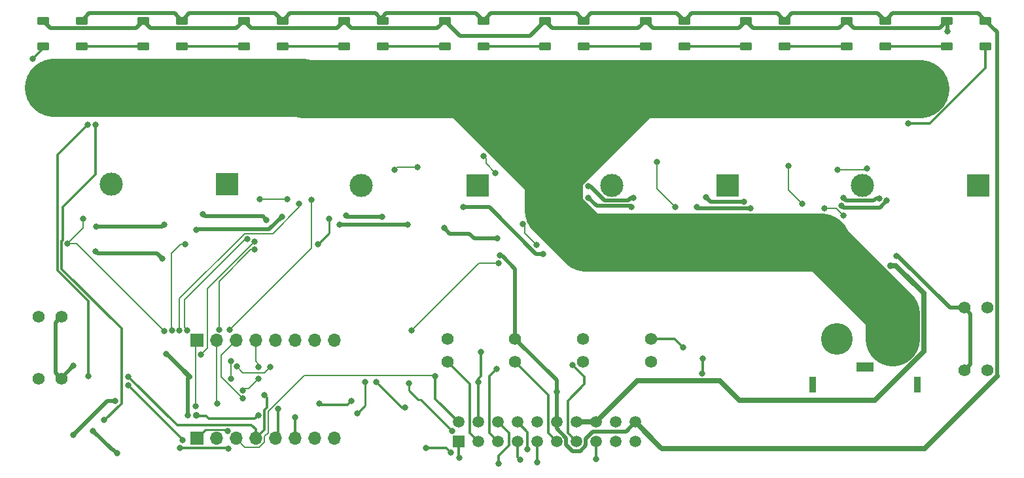
<source format=gbr>
%TF.GenerationSoftware,KiCad,Pcbnew,8.0.3*%
%TF.CreationDate,2025-06-03T13:48:55-07:00*%
%TF.ProjectId,Power_Distribution,506f7765-725f-4446-9973-747269627574,rev?*%
%TF.SameCoordinates,Original*%
%TF.FileFunction,Copper,L2,Bot*%
%TF.FilePolarity,Positive*%
%FSLAX46Y46*%
G04 Gerber Fmt 4.6, Leading zero omitted, Abs format (unit mm)*
G04 Created by KiCad (PCBNEW 8.0.3) date 2025-06-03 13:48:55*
%MOMM*%
%LPD*%
G01*
G04 APERTURE LIST*
G04 Aperture macros list*
%AMRoundRect*
0 Rectangle with rounded corners*
0 $1 Rounding radius*
0 $2 $3 $4 $5 $6 $7 $8 $9 X,Y pos of 4 corners*
0 Add a 4 corners polygon primitive as box body*
4,1,4,$2,$3,$4,$5,$6,$7,$8,$9,$2,$3,0*
0 Add four circle primitives for the rounded corners*
1,1,$1+$1,$2,$3*
1,1,$1+$1,$4,$5*
1,1,$1+$1,$6,$7*
1,1,$1+$1,$8,$9*
0 Add four rect primitives between the rounded corners*
20,1,$1+$1,$2,$3,$4,$5,0*
20,1,$1+$1,$4,$5,$6,$7,0*
20,1,$1+$1,$6,$7,$8,$9,0*
20,1,$1+$1,$8,$9,$2,$3,0*%
G04 Aperture macros list end*
%TA.AperFunction,ComponentPad*%
%ADD10R,0.900000X2.000000*%
%TD*%
%TA.AperFunction,ComponentPad*%
%ADD11RoundRect,1.025000X1.025000X1.025000X-1.025000X1.025000X-1.025000X-1.025000X1.025000X-1.025000X0*%
%TD*%
%TA.AperFunction,ComponentPad*%
%ADD12C,4.100000*%
%TD*%
%TA.AperFunction,ComponentPad*%
%ADD13R,2.300000X1.300000*%
%TD*%
%TA.AperFunction,ComponentPad*%
%ADD14R,3.000000X3.000000*%
%TD*%
%TA.AperFunction,ComponentPad*%
%ADD15C,3.000000*%
%TD*%
%TA.AperFunction,ComponentPad*%
%ADD16R,1.508000X1.508000*%
%TD*%
%TA.AperFunction,ComponentPad*%
%ADD17C,1.508000*%
%TD*%
%TA.AperFunction,ComponentPad*%
%ADD18C,1.574800*%
%TD*%
%TA.AperFunction,ComponentPad*%
%ADD19R,1.700000X1.700000*%
%TD*%
%TA.AperFunction,ComponentPad*%
%ADD20O,1.700000X1.700000*%
%TD*%
%TA.AperFunction,SMDPad,CuDef*%
%ADD21RoundRect,0.250000X0.550000X0.250000X-0.550000X0.250000X-0.550000X-0.250000X0.550000X-0.250000X0*%
%TD*%
%TA.AperFunction,ViaPad*%
%ADD22C,0.800000*%
%TD*%
%TA.AperFunction,ViaPad*%
%ADD23C,0.900000*%
%TD*%
%TA.AperFunction,Conductor*%
%ADD24C,0.200000*%
%TD*%
%TA.AperFunction,Conductor*%
%ADD25C,0.304800*%
%TD*%
%TA.AperFunction,Conductor*%
%ADD26C,0.508000*%
%TD*%
%TA.AperFunction,Conductor*%
%ADD27C,0.250000*%
%TD*%
%TA.AperFunction,Conductor*%
%ADD28C,0.635000*%
%TD*%
%TA.AperFunction,Conductor*%
%ADD29C,7.500000*%
%TD*%
%TA.AperFunction,Conductor*%
%ADD30C,7.000000*%
%TD*%
G04 APERTURE END LIST*
D10*
%TO.P,J4,*%
%TO.N,*%
X198520000Y-101380000D03*
X185020000Y-101380000D03*
D11*
%TO.P,J4,1,Pin_1*%
%TO.N,-BATT*%
X195370000Y-95380000D03*
D12*
%TO.P,J4,2,Pin_2*%
%TO.N,+BATT*%
X188170000Y-95380000D03*
D13*
%TO.P,J4,3*%
%TO.N,N/C*%
X191770000Y-99030000D03*
%TD*%
D14*
%TO.P,J6,1,1*%
%TO.N,PWR1*%
X206396000Y-75492000D03*
D15*
%TO.P,J6,2,2*%
%TO.N,-BATT*%
X198896000Y-62992000D03*
%TO.P,J6,3,3*%
%TO.N,PWR2*%
X191396000Y-75492000D03*
%TO.P,J6,4,4*%
%TO.N,-BATT*%
X183896000Y-62992000D03*
%TD*%
D16*
%TO.P,J18,1,1*%
%TO.N,PWM0*%
X139190000Y-108750000D03*
D17*
%TO.P,J18,2,2*%
%TO.N,SCL*%
X139190000Y-106210000D03*
%TO.P,J18,3,3*%
%TO.N,PWM1*%
X141730000Y-108750000D03*
%TO.P,J18,4,4*%
%TO.N,SDA*%
X141730000Y-106210000D03*
%TO.P,J18,5,5*%
%TO.N,PWM2*%
X144270000Y-108750000D03*
%TO.P,J18,6,6*%
%TO.N,toNEO_CTRL_MOOD*%
X144270000Y-106210000D03*
%TO.P,J18,7,7*%
%TO.N,PWM3*%
X146810000Y-108750000D03*
%TO.P,J18,8,8*%
%TO.N,outNEO_CTRL_MOOD*%
X146810000Y-106210000D03*
%TO.P,J18,9,9*%
%TO.N,PWM4*%
X149350000Y-108750000D03*
%TO.P,J18,10,10*%
%TO.N,unconnected-(J18-Pad10)*%
X149350000Y-106210000D03*
%TO.P,J18,11,11*%
%TO.N,PWM5*%
X151890000Y-108750000D03*
%TO.P,J18,12,12*%
%TO.N,GND*%
X151890000Y-106210000D03*
%TO.P,J18,13,13*%
%TO.N,PWM6*%
X154430000Y-108750000D03*
%TO.P,J18,14,14*%
%TO.N,5V*%
X154430000Y-106210000D03*
%TO.P,J18,15,15*%
%TO.N,PWM7*%
X156970000Y-108750000D03*
%TO.P,J18,16,16*%
%TO.N,5V*%
X156970000Y-106210000D03*
%TO.P,J18,17,17*%
%TO.N,unconnected-(J18-Pad17)*%
X159510000Y-108750000D03*
%TO.P,J18,18,18*%
%TO.N,+3.3V*%
X159510000Y-106210000D03*
%TO.P,J18,19,19*%
%TO.N,unconnected-(J18-Pad19)*%
X162050000Y-108750000D03*
%TO.P,J18,20,20*%
%TO.N,GND*%
X162050000Y-106210000D03*
%TD*%
D18*
%TO.P,J15,1,1*%
%TO.N,PWM6*%
X164060000Y-98389999D03*
%TO.P,J15,2,2*%
%TO.N,GND*%
X164060000Y-95390000D03*
%TD*%
%TO.P,J10,1,1*%
%TO.N,PWM0*%
X84800000Y-92550000D03*
%TO.P,J10,2,2*%
%TO.N,GND*%
X87799999Y-92550000D03*
%TD*%
D14*
%TO.P,J2,1,1*%
%TO.N,PWR5*%
X141612000Y-75492000D03*
D15*
%TO.P,J2,2,2*%
%TO.N,-BATT*%
X134112000Y-62992000D03*
%TO.P,J2,3,3*%
%TO.N,PWR6*%
X126612000Y-75492000D03*
%TO.P,J2,4,4*%
%TO.N,-BATT*%
X119112000Y-62992000D03*
%TD*%
D18*
%TO.P,J17,1,1*%
%TO.N,PWM7*%
X207619999Y-91380000D03*
%TO.P,J17,2,2*%
%TO.N,GND*%
X204620000Y-91380000D03*
%TD*%
%TO.P,J16,1,1*%
%TO.N,PWM3*%
X207619999Y-99510000D03*
%TO.P,J16,2,2*%
%TO.N,GND*%
X204620000Y-99510000D03*
%TD*%
D19*
%TO.P,J9,1,Pin_1*%
%TO.N,VIout8Div*%
X105290000Y-95632000D03*
D20*
%TO.P,J9,2,Pin_2*%
%TO.N,VIout7Div*%
X107830000Y-95632000D03*
%TO.P,J9,3,Pin_3*%
%TO.N,VIout6Div*%
X110370000Y-95632000D03*
%TO.P,J9,4,Pin_4*%
%TO.N,VIout5Div*%
X112910000Y-95632000D03*
%TO.P,J9,5,Pin_5*%
%TO.N,VIout4Div*%
X115450000Y-95632000D03*
%TO.P,J9,6,Pin_6*%
%TO.N,VIout3Div*%
X117990000Y-95632000D03*
%TO.P,J9,7,Pin_7*%
%TO.N,VIout2Div*%
X120530000Y-95632000D03*
%TO.P,J9,8,Pin_8*%
%TO.N,VIout1Div*%
X123070000Y-95632000D03*
%TD*%
D18*
%TO.P,J14,1,1*%
%TO.N,PWM2*%
X155284400Y-98399999D03*
%TO.P,J14,2,2*%
%TO.N,GND*%
X155284400Y-95400000D03*
%TD*%
D14*
%TO.P,J1,1,1*%
%TO.N,PWR3*%
X173985600Y-75492000D03*
D15*
%TO.P,J1,2,2*%
%TO.N,-BATT*%
X166485600Y-62992000D03*
%TO.P,J1,3,3*%
%TO.N,PWR4*%
X158985600Y-75492000D03*
%TO.P,J1,4,4*%
%TO.N,-BATT*%
X151485600Y-62992000D03*
%TD*%
D18*
%TO.P,J11,1,1*%
%TO.N,PWM4*%
X84800000Y-100590000D03*
%TO.P,J11,2,2*%
%TO.N,GND*%
X87799999Y-100590000D03*
%TD*%
%TO.P,J13,1,1*%
%TO.N,PWM5*%
X146508800Y-98399999D03*
%TO.P,J13,2,2*%
%TO.N,GND*%
X146508800Y-95400000D03*
%TD*%
%TO.P,J12,1,1*%
%TO.N,PWM1*%
X137733200Y-98399999D03*
%TO.P,J12,2,2*%
%TO.N,GND*%
X137733200Y-95400000D03*
%TD*%
D14*
%TO.P,J7,1,1*%
%TO.N,PWR7*%
X109252400Y-75339600D03*
D15*
%TO.P,J7,2,2*%
%TO.N,-BATT*%
X101752400Y-62839600D03*
%TO.P,J7,3,3*%
%TO.N,PWR8*%
X94252400Y-75339600D03*
%TO.P,J7,4,4*%
%TO.N,-BATT*%
X86752400Y-62839600D03*
%TD*%
D19*
%TO.P,J3,1,Pin_1*%
%TO.N,Net-(J3-Pin_1)*%
X105290000Y-108332000D03*
D20*
%TO.P,J3,2,Pin_2*%
%TO.N,GND*%
X107830000Y-108332000D03*
%TO.P,J3,3,Pin_3*%
%TO.N,SCL*%
X110370000Y-108332000D03*
%TO.P,J3,4,Pin_4*%
%TO.N,SDA*%
X112910000Y-108332000D03*
%TO.P,J3,5,Pin_5*%
%TO.N,REF*%
X115450000Y-108332000D03*
%TO.P,J3,6,Pin_6*%
%TO.N,COM*%
X117990000Y-108332000D03*
%TO.P,J3,7,Pin_7*%
%TO.N,AD0*%
X120530000Y-108332000D03*
%TO.P,J3,8,Pin_8*%
%TO.N,AD1*%
X123070000Y-108332000D03*
%TD*%
D21*
%TO.P,LED8,1,VSS*%
%TO.N,GND*%
X142391112Y-54150000D03*
%TO.P,LED8,2,DIN*%
%TO.N,Net-(LED7-DOUT)*%
X142391112Y-57450000D03*
%TO.P,LED8,3,VDD*%
%TO.N,5V*%
X137391112Y-54150000D03*
%TO.P,LED8,4,DOUT*%
%TO.N,NEO_PASS2*%
X137391112Y-57450000D03*
%TD*%
%TO.P,LED9,1,VSS*%
%TO.N,GND*%
X129394724Y-54150000D03*
%TO.P,LED9,2,DIN*%
%TO.N,NEO_PASS2*%
X129394724Y-57450000D03*
%TO.P,LED9,3,VDD*%
%TO.N,5V*%
X124394724Y-54150000D03*
%TO.P,LED9,4,DOUT*%
%TO.N,Net-(LED10-DIN)*%
X124394724Y-57450000D03*
%TD*%
%TO.P,LED3,1,VSS*%
%TO.N,GND*%
X207373052Y-54150000D03*
%TO.P,LED3,2,DIN*%
%TO.N,Net-(LED2-DOUT)*%
X207373052Y-57450000D03*
%TO.P,LED3,3,VDD*%
%TO.N,5V*%
X202373052Y-54150000D03*
%TO.P,LED3,4,DOUT*%
%TO.N,Net-(LED3-DOUT)*%
X202373052Y-57450000D03*
%TD*%
%TO.P,LED4,1,VSS*%
%TO.N,GND*%
X194376664Y-54150000D03*
%TO.P,LED4,2,DIN*%
%TO.N,Net-(LED3-DOUT)*%
X194376664Y-57450000D03*
%TO.P,LED4,3,VDD*%
%TO.N,5V*%
X189376664Y-54150000D03*
%TO.P,LED4,4,DOUT*%
%TO.N,NEO_PASS1*%
X189376664Y-57450000D03*
%TD*%
%TO.P,LED6,1,VSS*%
%TO.N,GND*%
X168383888Y-54150000D03*
%TO.P,LED6,2,DIN*%
%TO.N,Net-(LED5-DOUT)*%
X168383888Y-57450000D03*
%TO.P,LED6,3,VDD*%
%TO.N,5V*%
X163383888Y-54150000D03*
%TO.P,LED6,4,DOUT*%
%TO.N,Net-(LED6-DOUT)*%
X163383888Y-57450000D03*
%TD*%
%TO.P,LED5,1,VSS*%
%TO.N,GND*%
X181380276Y-54150000D03*
%TO.P,LED5,2,DIN*%
%TO.N,NEO_PASS1*%
X181380276Y-57450000D03*
%TO.P,LED5,3,VDD*%
%TO.N,5V*%
X176380276Y-54150000D03*
%TO.P,LED5,4,DOUT*%
%TO.N,Net-(LED5-DOUT)*%
X176380276Y-57450000D03*
%TD*%
%TO.P,LED11,1,VSS*%
%TO.N,GND*%
X103401948Y-54150000D03*
%TO.P,LED11,2,DIN*%
%TO.N,Net-(LED10-DOUT)*%
X103401948Y-57450000D03*
%TO.P,LED11,3,VDD*%
%TO.N,5V*%
X98401948Y-54150000D03*
%TO.P,LED11,4,DOUT*%
%TO.N,Net-(LED11-DOUT)*%
X98401948Y-57450000D03*
%TD*%
%TO.P,LED12,1,VSS*%
%TO.N,GND*%
X90405552Y-54150000D03*
%TO.P,LED12,2,DIN*%
%TO.N,Net-(LED11-DOUT)*%
X90405552Y-57450000D03*
%TO.P,LED12,3,VDD*%
%TO.N,5V*%
X85405552Y-54150000D03*
%TO.P,LED12,4,DOUT*%
%TO.N,outNEO_CTRL_MOOD*%
X85405552Y-57450000D03*
%TD*%
%TO.P,LED10,1,VSS*%
%TO.N,GND*%
X116398336Y-54150000D03*
%TO.P,LED10,2,DIN*%
%TO.N,Net-(LED10-DIN)*%
X116398336Y-57450000D03*
%TO.P,LED10,3,VDD*%
%TO.N,5V*%
X111398336Y-54150000D03*
%TO.P,LED10,4,DOUT*%
%TO.N,Net-(LED10-DOUT)*%
X111398336Y-57450000D03*
%TD*%
%TO.P,LED7,1,VSS*%
%TO.N,GND*%
X155387500Y-54150000D03*
%TO.P,LED7,2,DIN*%
%TO.N,Net-(LED6-DOUT)*%
X155387500Y-57450000D03*
%TO.P,LED7,3,VDD*%
%TO.N,5V*%
X150387500Y-54150000D03*
%TO.P,LED7,4,DOUT*%
%TO.N,Net-(LED7-DOUT)*%
X150387500Y-57450000D03*
%TD*%
D22*
%TO.N,VIout6Div*%
X111252000Y-103124000D03*
%TO.N,VIout5Div*%
X111252000Y-102108000D03*
X113284000Y-100584000D03*
X113284000Y-99060000D03*
%TO.N,VIout3Div*%
X109728000Y-98298000D03*
X109728000Y-100601200D03*
%TO.N,VIout1Div*%
X114808000Y-99060000D03*
X110464600Y-98993400D03*
%TO.N,VIout7Div*%
X107968302Y-103766000D03*
%TO.N,VIout8Div*%
X105156000Y-104140000D03*
D23*
%TO.N,+3.3V*%
X105238171Y-105287357D03*
D22*
%TO.N,GND*%
X168230000Y-96520000D03*
X132588000Y-80619600D03*
X188767018Y-78182542D03*
X105218600Y-81276111D03*
X104184026Y-105305186D03*
X155992318Y-77107013D03*
X176977200Y-78497200D03*
X123802800Y-80578167D03*
X161515600Y-78296545D03*
X151890000Y-102280000D03*
X101070500Y-80568800D03*
X144510401Y-84557258D03*
X94780000Y-103480000D03*
X89360000Y-98900000D03*
X170750000Y-97980000D03*
X170006800Y-78328190D03*
X170720000Y-99917300D03*
X92334823Y-80830000D03*
X101356800Y-97372912D03*
X195812500Y-84632800D03*
X144160000Y-82390000D03*
X194606842Y-77481444D03*
X89300000Y-107880000D03*
X116328769Y-79571069D03*
X137305515Y-81039872D03*
%TO.N,5V*%
X138362100Y-107400567D03*
X114317366Y-79992366D03*
X129275000Y-79600000D03*
X94968836Y-110257249D03*
X161820000Y-77110000D03*
X91911132Y-107321132D03*
X106066146Y-79271341D03*
X188990365Y-77122626D03*
X193650000Y-77180000D03*
X139780000Y-78360000D03*
D23*
X195047404Y-85903266D03*
D22*
X155984400Y-75570034D03*
X150135500Y-84378800D03*
X171206565Y-77014831D03*
X202450000Y-55560000D03*
X92170000Y-84100000D03*
X132740000Y-101150000D03*
X100881000Y-85039200D03*
X124660000Y-79440000D03*
X176120000Y-77610000D03*
%TO.N,VIout1*%
X133110000Y-94310000D03*
X192010000Y-73360000D03*
X144360000Y-85560000D03*
X188210000Y-73460000D03*
%TO.N,VIout2*%
X186520000Y-78490000D03*
X120140000Y-77380000D03*
X183670000Y-77930000D03*
X133900000Y-73190000D03*
X181850000Y-72970000D03*
X130930000Y-73493200D03*
X189010000Y-79420000D03*
X109560000Y-94250000D03*
%TO.N,VIout3*%
X108190627Y-94227558D03*
X112787988Y-83842483D03*
X167250000Y-78350000D03*
X164820000Y-72490000D03*
%TO.N,VIout4*%
X142420000Y-71740000D03*
X147475000Y-80500000D03*
X105871944Y-97446159D03*
X112750000Y-82840000D03*
X143980000Y-73880000D03*
X149255905Y-83244957D03*
%TO.N,VIout5*%
X116980081Y-77300081D03*
X113430000Y-77310000D03*
X111822541Y-82457594D03*
X104087072Y-94282302D03*
%TO.N,VIout6*%
X103084871Y-94327124D03*
X120981600Y-83159600D03*
X118540262Y-77925262D03*
X122400000Y-79825000D03*
%TO.N,VIout7*%
X103772400Y-83108800D03*
X102081700Y-94335124D03*
%TO.N,VIout8*%
X90600000Y-79800000D03*
X88571200Y-83058000D03*
X101080000Y-94390000D03*
%TO.N,SDA*%
X114086672Y-102675600D03*
X96480000Y-100340000D03*
X141730000Y-101020000D03*
X142080000Y-97080000D03*
%TO.N,COM*%
X118040000Y-105550000D03*
%TO.N,SCL*%
X96460000Y-101450000D03*
X136168312Y-100238800D03*
X103490000Y-108550000D03*
%TO.N,REF*%
X115845600Y-104513697D03*
%TO.N,PWM0*%
X139302040Y-110860400D03*
%TO.N,PWM4*%
X149390000Y-111440000D03*
%TO.N,PWM2*%
X144141043Y-99288999D03*
%TO.N,PWM6*%
X153942684Y-98794420D03*
%TO.N,PWM3*%
X147175586Y-111077895D03*
%TO.N,PWM7*%
X156980000Y-110990000D03*
%TO.N,+3.3V*%
X121125000Y-103825000D03*
X132260000Y-104325600D03*
X128500000Y-101020000D03*
X125311800Y-103431704D03*
%TO.N,Net-(J3-Pin_1)*%
X127080000Y-101020000D03*
X126040000Y-105090000D03*
X109275223Y-107368800D03*
%TO.N,Net-(LED2-DOUT)*%
X93279964Y-105952300D03*
X197333052Y-67490000D03*
X92220000Y-67650000D03*
%TO.N,outNEO_CTRL_MOOD*%
X91240000Y-100250000D03*
X109435287Y-109647819D03*
X91190000Y-67660000D03*
X103120000Y-109530000D03*
X134924400Y-109534400D03*
X148110000Y-109720000D03*
X138210000Y-110180000D03*
X84080000Y-59070000D03*
%TO.N,toNEO_CTRL_MOOD*%
X144357360Y-111577815D03*
%TO.N,+3.3V*%
X113252418Y-105294476D03*
%TD*%
D24*
%TO.N,VIout6Div*%
X108458000Y-100330000D02*
X108458000Y-97544000D01*
X111252000Y-103124000D02*
X108458000Y-100330000D01*
X108458000Y-97544000D02*
X110370000Y-95632000D01*
%TO.N,VIout5Div*%
X111506000Y-101854000D02*
X112014000Y-101854000D01*
X112014000Y-101854000D02*
X113284000Y-100584000D01*
X111252000Y-102108000D02*
X111506000Y-101854000D01*
X113284000Y-99060000D02*
X113284000Y-98705975D01*
X113284000Y-98705975D02*
X112910000Y-98331975D01*
X112910000Y-98331975D02*
X112910000Y-95632000D01*
%TO.N,VIout3Div*%
X109728000Y-98298000D02*
X109728000Y-100601200D01*
%TO.N,VIout1Div*%
X114808000Y-99060000D02*
X114049200Y-99818800D01*
X114049200Y-99818800D02*
X111290000Y-99818800D01*
X111290000Y-99818800D02*
X110464600Y-98993400D01*
D25*
%TO.N,+3.3V*%
X105390814Y-105440000D02*
X105238171Y-105287357D01*
D24*
%TO.N,VIout8Div*%
X105168744Y-103378000D02*
X105168744Y-95753256D01*
D25*
%TO.N,+3.3V*%
X112794494Y-105752400D02*
X106862400Y-105752400D01*
D24*
%TO.N,VIout8Div*%
X105156000Y-104140000D02*
X105156000Y-103390744D01*
D25*
%TO.N,+3.3V*%
X113252418Y-105294476D02*
X112794494Y-105752400D01*
D24*
%TO.N,VIout8Div*%
X105156000Y-103390744D02*
X105168744Y-103378000D01*
D25*
%TO.N,+3.3V*%
X106862400Y-105752400D02*
X106550000Y-105440000D01*
X106550000Y-105440000D02*
X105390814Y-105440000D01*
D26*
%TO.N,GND*%
X104380000Y-100330000D02*
X104184026Y-100525974D01*
X104184026Y-100525974D02*
X104184026Y-105305186D01*
D24*
%TO.N,VIout4*%
X112750000Y-82840000D02*
X106680000Y-88910000D01*
X106680000Y-88910000D02*
X106680000Y-96638103D01*
X106680000Y-96638103D02*
X105871944Y-97446159D01*
D26*
%TO.N,GND*%
X153098000Y-109148000D02*
X153098000Y-108249630D01*
X155638000Y-108373630D02*
X155638000Y-109250370D01*
X193422664Y-53196000D02*
X182334276Y-53196000D01*
X169337888Y-53196000D02*
X168383888Y-54150000D01*
X103401948Y-54150000D02*
X102447948Y-53196000D01*
X114677038Y-81222800D02*
X116328769Y-79571069D01*
X160842000Y-107418000D02*
X156593630Y-107418000D01*
X146508800Y-95400000D02*
X146508800Y-86346536D01*
X161373055Y-78154000D02*
X157039305Y-78154000D01*
X176977200Y-78497200D02*
X170175810Y-78497200D01*
X204620000Y-91380000D02*
X202782264Y-91380000D01*
X112352093Y-81209197D02*
X112376719Y-81209197D01*
X87012600Y-93337399D02*
X87012600Y-99802601D01*
X161515600Y-78296545D02*
X161373055Y-78154000D01*
X151890000Y-100781200D02*
X151890000Y-106210000D01*
X101070500Y-80568800D02*
X100809300Y-80830000D01*
X142391112Y-54150000D02*
X141437112Y-53196000D01*
X195330664Y-53196000D02*
X206419052Y-53196000D01*
X194376664Y-54150000D02*
X193422664Y-53196000D01*
X132588000Y-80619600D02*
X123844233Y-80619600D01*
D25*
X170750000Y-97980000D02*
X170750000Y-99887300D01*
D26*
X208880000Y-100220000D02*
X208880000Y-55656948D01*
X102447948Y-53196000D02*
X91359552Y-53196000D01*
X143345112Y-53196000D02*
X142391112Y-54150000D01*
X154433500Y-53196000D02*
X143345112Y-53196000D01*
X103690709Y-99640709D02*
X101422912Y-97372912D01*
X112376719Y-81209197D02*
X112390322Y-81222800D01*
X193708286Y-78380000D02*
X188964476Y-78380000D01*
X101422912Y-97372912D02*
X101356800Y-97372912D01*
X205407399Y-92167399D02*
X205407399Y-98722601D01*
X200286000Y-108814000D02*
X208880000Y-100220000D01*
X141437112Y-53196000D02*
X129794000Y-53196000D01*
X117352336Y-53196000D02*
X116398336Y-54150000D01*
X151890000Y-107041630D02*
X151890000Y-106210000D01*
X129794000Y-53196000D02*
X128840000Y-54150000D01*
X100809300Y-80830000D02*
X92334823Y-80830000D01*
X180426276Y-53196000D02*
X169337888Y-53196000D01*
D25*
X167100000Y-95390000D02*
X164060000Y-95390000D01*
D26*
X153098000Y-108249630D02*
X151890000Y-107041630D01*
X204620000Y-91380000D02*
X205407399Y-92167399D01*
X168383888Y-54150000D02*
X167429888Y-53196000D01*
D25*
X170750000Y-99887300D02*
X170720000Y-99917300D01*
D26*
X208880000Y-55656948D02*
X207373052Y-54150000D01*
X123844233Y-80619600D02*
X123802800Y-80578167D01*
X144655943Y-84702800D02*
X144510401Y-84557258D01*
X140580000Y-81750000D02*
X138015643Y-81750000D01*
X157039305Y-78154000D02*
X155992318Y-77107013D01*
D27*
X200286000Y-108814000D02*
X199631800Y-109468200D01*
D26*
X155387500Y-54150000D02*
X154433500Y-53196000D01*
D28*
X165308200Y-109468200D02*
X165500700Y-109660700D01*
D26*
X112343290Y-81200394D02*
X112352093Y-81209197D01*
X128440724Y-53196000D02*
X117352336Y-53196000D01*
X105218600Y-81276111D02*
X105294317Y-81200394D01*
X112390322Y-81222800D02*
X114677038Y-81222800D01*
X87799999Y-92550000D02*
X87012600Y-93337399D01*
X138015643Y-81750000D02*
X137305515Y-81039872D01*
D25*
X168230000Y-96520000D02*
X167100000Y-95390000D01*
D26*
X93700000Y-103480000D02*
X94780000Y-103480000D01*
X129394724Y-54150000D02*
X128440724Y-53196000D01*
X194376664Y-54150000D02*
X195330664Y-53196000D01*
D28*
X162050000Y-106210000D02*
X165308200Y-109468200D01*
X165500700Y-109660700D02*
X199439300Y-109660700D01*
D26*
X144865064Y-84702800D02*
X144655943Y-84702800D01*
X104355948Y-53196000D02*
X103401948Y-54150000D01*
X194606842Y-77481444D02*
X193708286Y-78380000D01*
X156593630Y-107418000D02*
X155638000Y-108373630D01*
X115444336Y-53196000D02*
X104355948Y-53196000D01*
X167429888Y-53196000D02*
X156341500Y-53196000D01*
X89300000Y-107880000D02*
X93700000Y-103480000D01*
X146508800Y-86346536D02*
X144865064Y-84702800D01*
X154930370Y-109958000D02*
X153908000Y-109958000D01*
X202782264Y-91380000D02*
X196035064Y-84632800D01*
X87799999Y-100460001D02*
X89360000Y-98900000D01*
D28*
X199439300Y-109660700D02*
X208880000Y-100220000D01*
D27*
X199631800Y-109468200D02*
X165308200Y-109468200D01*
D26*
X87012600Y-99802601D02*
X87799999Y-100590000D01*
X181380276Y-54150000D02*
X180426276Y-53196000D01*
X206419052Y-53196000D02*
X207373052Y-54150000D01*
X91359552Y-53196000D02*
X90405552Y-54150000D01*
X182334276Y-53196000D02*
X181380276Y-54150000D01*
X155638000Y-109250370D02*
X154930370Y-109958000D01*
X144160000Y-82390000D02*
X141220000Y-82390000D01*
X188964476Y-78380000D02*
X188767018Y-78182542D01*
X205407399Y-98722601D02*
X204620000Y-99510000D01*
X153908000Y-109958000D02*
X153098000Y-109148000D01*
X162050000Y-106210000D02*
X160842000Y-107418000D01*
X105294317Y-81200394D02*
X112343290Y-81200394D01*
X116398336Y-54150000D02*
X115444336Y-53196000D01*
X141220000Y-82390000D02*
X140580000Y-81750000D01*
D28*
X104380000Y-100330000D02*
X103690709Y-99640709D01*
D26*
X170175810Y-78497200D02*
X170006800Y-78328190D01*
X196035064Y-84632800D02*
X195812500Y-84632800D01*
X146508800Y-95400000D02*
X151890000Y-100781200D01*
X156341500Y-53196000D02*
X155387500Y-54150000D01*
%TO.N,5V*%
X139780000Y-78360000D02*
X143163209Y-78360000D01*
X113850000Y-79525000D02*
X114317366Y-79992366D01*
D27*
X133920000Y-103290000D02*
X134251533Y-103290000D01*
D28*
X172974000Y-100838000D02*
X175514000Y-103378000D01*
D26*
X162429888Y-55104000D02*
X151341500Y-55104000D01*
X189376664Y-54150000D02*
X188422664Y-55104000D01*
X92420000Y-84350000D02*
X100191800Y-84350000D01*
X177334276Y-55104000D02*
X176380276Y-54150000D01*
D28*
X199390000Y-89533260D02*
X195760006Y-85903266D01*
X193053603Y-103378000D02*
X199390000Y-97041603D01*
D26*
X106319805Y-79525000D02*
X113850000Y-79525000D01*
X100191800Y-84350000D02*
X100881000Y-85039200D01*
X92170000Y-84100000D02*
X92420000Y-84350000D01*
X94968836Y-110257249D02*
X94451587Y-109740000D01*
X193180000Y-77180000D02*
X192914000Y-77446000D01*
X161461197Y-77110000D02*
X161125197Y-77446000D01*
X156240034Y-75570034D02*
X155984400Y-75570034D01*
D28*
X162342000Y-100838000D02*
X172974000Y-100838000D01*
D26*
X86359552Y-55104000D02*
X85405552Y-54150000D01*
X94330000Y-109740000D02*
X91911132Y-107321132D01*
X158116000Y-77446000D02*
X156240034Y-75570034D01*
X176120000Y-77610000D02*
X171801734Y-77610000D01*
X189313739Y-77446000D02*
X188990365Y-77122626D01*
X192914000Y-77446000D02*
X189313739Y-77446000D01*
X201419052Y-55104000D02*
X190330664Y-55104000D01*
X190330664Y-55104000D02*
X189376664Y-54150000D01*
X98401948Y-54150000D02*
X97447948Y-55104000D01*
X111398336Y-54150000D02*
X110444336Y-55104000D01*
X202373052Y-54150000D02*
X201419052Y-55104000D01*
X125348724Y-55104000D02*
X124394724Y-54150000D01*
X97447948Y-55104000D02*
X86359552Y-55104000D01*
X129275000Y-79600000D02*
X124820000Y-79600000D01*
D28*
X195760006Y-85903266D02*
X195047404Y-85903266D01*
D26*
X112352336Y-55104000D02*
X111398336Y-54150000D01*
X148390300Y-56147200D02*
X139388312Y-56147200D01*
X124820000Y-79600000D02*
X124660000Y-79440000D01*
X143163209Y-78360000D02*
X149182009Y-84378800D01*
X188422664Y-55104000D02*
X177334276Y-55104000D01*
X150387500Y-54150000D02*
X148390300Y-56147200D01*
X124394724Y-54150000D02*
X123440724Y-55104000D01*
X164337888Y-55104000D02*
X163383888Y-54150000D01*
X163383888Y-54150000D02*
X162429888Y-55104000D01*
D28*
X199390000Y-97041603D02*
X199390000Y-89533260D01*
D26*
X136437112Y-55104000D02*
X125348724Y-55104000D01*
D28*
X154430000Y-106210000D02*
X156970000Y-106210000D01*
D26*
X139388312Y-56147200D02*
X137391112Y-54150000D01*
D27*
X132740000Y-102110000D02*
X133920000Y-103290000D01*
D26*
X99355948Y-55104000D02*
X98401948Y-54150000D01*
D28*
X156970000Y-106210000D02*
X162342000Y-100838000D01*
D26*
X171801734Y-77610000D02*
X171206565Y-77014831D01*
X161820000Y-77110000D02*
X161461197Y-77110000D01*
X149182009Y-84378800D02*
X150135500Y-84378800D01*
X123440724Y-55104000D02*
X112352336Y-55104000D01*
X176380276Y-54150000D02*
X175426276Y-55104000D01*
D27*
X134251533Y-103290000D02*
X138362100Y-107400567D01*
D26*
X151341500Y-55104000D02*
X150387500Y-54150000D01*
X193650000Y-77180000D02*
X193180000Y-77180000D01*
X137391112Y-54150000D02*
X136437112Y-55104000D01*
D27*
X132740000Y-101150000D02*
X132740000Y-102110000D01*
D26*
X110444336Y-55104000D02*
X99355948Y-55104000D01*
X202450000Y-55560000D02*
X202450000Y-54226948D01*
X94451587Y-109740000D02*
X94330000Y-109740000D01*
D28*
X175514000Y-103378000D02*
X193053603Y-103378000D01*
D26*
X106066146Y-79271341D02*
X106319805Y-79525000D01*
X161125197Y-77446000D02*
X158116000Y-77446000D01*
X175426276Y-55104000D02*
X164337888Y-55104000D01*
D24*
%TO.N,VIout1*%
X141860000Y-85560000D02*
X144360000Y-85560000D01*
X188210000Y-73460000D02*
X191910000Y-73460000D01*
X133110000Y-94310000D02*
X141860000Y-85560000D01*
X191910000Y-73460000D02*
X192010000Y-73360000D01*
%TO.N,VIout2*%
X181850000Y-72970000D02*
X181850000Y-76110000D01*
X131233200Y-73190000D02*
X130930000Y-73493200D01*
X181850000Y-76110000D02*
X183670000Y-77930000D01*
X109560000Y-94250000D02*
X120140000Y-83670000D01*
X188080000Y-78490000D02*
X189010000Y-79420000D01*
X133900000Y-73190000D02*
X131233200Y-73190000D01*
X186520000Y-78490000D02*
X188080000Y-78490000D01*
X120140000Y-83670000D02*
X120140000Y-77380000D01*
%TO.N,VIout3*%
X164820000Y-72490000D02*
X164820000Y-75920000D01*
X108190627Y-94227558D02*
X108190627Y-87965059D01*
X112313203Y-83842483D02*
X112787988Y-83842483D01*
X108190627Y-87965059D02*
X112313203Y-83842483D01*
X164820000Y-75920000D02*
X167250000Y-78350000D01*
%TO.N,VIout4*%
X142740000Y-72640000D02*
X143980000Y-73880000D01*
X147750000Y-80775000D02*
X147750000Y-81739052D01*
X147750000Y-81739052D02*
X149255905Y-83244957D01*
X142740000Y-72060000D02*
X142740000Y-72640000D01*
X147475000Y-80500000D02*
X147750000Y-80775000D01*
X142420000Y-71740000D02*
X142740000Y-72060000D01*
%TO.N,VIout5*%
X103740000Y-93935230D02*
X103740000Y-90325686D01*
X116309919Y-77300081D02*
X116980081Y-77300081D01*
X103740000Y-90325686D02*
X111608092Y-82457594D01*
X104087072Y-94282302D02*
X103740000Y-93935230D01*
X116300000Y-77310000D02*
X116309919Y-77300081D01*
X111608092Y-82457594D02*
X111822541Y-82457594D01*
X113430000Y-77310000D02*
X116300000Y-77310000D01*
%TO.N,VIout6*%
X118540262Y-78354052D02*
X118540262Y-77925262D01*
X115115111Y-81779203D02*
X118540262Y-78354052D01*
X111531266Y-81754394D02*
X112138442Y-81754394D01*
D27*
X122400000Y-79825000D02*
X122400000Y-81741200D01*
D24*
X103084871Y-94327124D02*
X103084871Y-90200789D01*
D27*
X122400000Y-81741200D02*
X120981600Y-83159600D01*
D24*
X112138442Y-81754394D02*
X112163251Y-81779203D01*
X112163251Y-81779203D02*
X115115111Y-81779203D01*
X103084871Y-90200789D02*
X111531266Y-81754394D01*
%TO.N,VIout7*%
X102011900Y-94265324D02*
X102081700Y-94335124D01*
X102011900Y-84319300D02*
X102011900Y-94265324D01*
X103222400Y-83108800D02*
X102011900Y-84319300D01*
X103772400Y-83108800D02*
X103222400Y-83108800D01*
%TO.N,VIout8*%
X88571200Y-83058000D02*
X89748000Y-83058000D01*
X90600000Y-79800000D02*
X90600000Y-81029200D01*
X89748000Y-83058000D02*
X101080000Y-94390000D01*
X90600000Y-81029200D02*
X88571200Y-83058000D01*
D29*
%TO.N,-BATT*%
X151485600Y-74465600D02*
X151485600Y-75284536D01*
D30*
X195370000Y-95380000D02*
X195370000Y-92147564D01*
D29*
X151485600Y-73152000D02*
X151216000Y-73421600D01*
X119112000Y-62992000D02*
X140012000Y-62992000D01*
X151485600Y-75284536D02*
X151485600Y-78752908D01*
X162406079Y-62992000D02*
X183896000Y-62992000D01*
X183896000Y-62992000D02*
X166485600Y-62992000D01*
X166485600Y-62992000D02*
X151485600Y-62992000D01*
X134112000Y-62992000D02*
X141325600Y-62992000D01*
D30*
X195370000Y-92147564D02*
X186102436Y-82880000D01*
D29*
X151485600Y-75284536D02*
X151485600Y-73912479D01*
X118959600Y-62839600D02*
X119112000Y-62992000D01*
X198896000Y-62992000D02*
X183896000Y-62992000D01*
X119112000Y-62992000D02*
X134112000Y-62992000D01*
X134112000Y-62992000D02*
X151485600Y-62992000D01*
X151485600Y-62992000D02*
X151485600Y-73152000D01*
X101752400Y-62839600D02*
X118959600Y-62839600D01*
X166485600Y-62992000D02*
X161645600Y-62992000D01*
X161645600Y-62992000D02*
X151485600Y-73152000D01*
X140012000Y-62992000D02*
X151485600Y-74465600D01*
X155612692Y-82880000D02*
X186102436Y-82880000D01*
X141325600Y-62992000D02*
X151485600Y-73152000D01*
X86752400Y-62839600D02*
X101752400Y-62839600D01*
X151485600Y-78752908D02*
X155612692Y-82880000D01*
X151485600Y-73912479D02*
X162406079Y-62992000D01*
D25*
%TO.N,SDA*%
X112910000Y-107129919D02*
X112910000Y-108332000D01*
X142080000Y-100253003D02*
X142080000Y-97080000D01*
X114418000Y-103006928D02*
X114086672Y-102675600D01*
X114086672Y-107155328D02*
X114086672Y-104642885D01*
X112910000Y-108332000D02*
X114086672Y-107155328D01*
X141730000Y-100603003D02*
X142080000Y-100253003D01*
X96480000Y-100340000D02*
X102753200Y-106613200D01*
X141730000Y-106210000D02*
X141730000Y-101020000D01*
X102753200Y-106613200D02*
X112393281Y-106613200D01*
X141730000Y-101020000D02*
X141730000Y-100603003D01*
X112393281Y-106613200D02*
X112910000Y-107129919D01*
X114086672Y-104642885D02*
X114418000Y-104311557D01*
X114418000Y-104311557D02*
X114418000Y-103006928D01*
%TO.N,COM*%
X118040000Y-105550000D02*
X118040000Y-108282000D01*
D24*
%TO.N,SCL*%
X113388000Y-109482000D02*
X111520000Y-109482000D01*
D25*
X96460000Y-101450000D02*
X103490000Y-108480000D01*
X136168312Y-103188312D02*
X136168312Y-100238800D01*
D24*
X136168312Y-100238800D02*
X136064512Y-100135000D01*
X114060000Y-108060000D02*
X114060000Y-108810000D01*
D25*
X139190000Y-106210000D02*
X136168312Y-103188312D01*
D24*
X114539072Y-104830275D02*
X114539072Y-107580928D01*
X136064512Y-100135000D02*
X119234347Y-100135000D01*
D25*
X103490000Y-108480000D02*
X103490000Y-108550000D01*
D24*
X114060000Y-108810000D02*
X113388000Y-109482000D01*
X111520000Y-109482000D02*
X110370000Y-108332000D01*
X119234347Y-100135000D02*
X114539072Y-104830275D01*
X114539072Y-107580928D02*
X114060000Y-108060000D01*
D25*
%TO.N,REF*%
X115845600Y-107936400D02*
X115845600Y-104513697D01*
%TO.N,PWM0*%
X139190000Y-110748360D02*
X139302040Y-110860400D01*
X139190000Y-108750000D02*
X139190000Y-110748360D01*
%TO.N,PWM4*%
X149390000Y-111440000D02*
X149390000Y-108790000D01*
%TO.N,PWM1*%
X140623600Y-101290399D02*
X140623600Y-107643600D01*
X137733200Y-98399999D02*
X140623600Y-101290399D01*
X140623600Y-107643600D02*
X141730000Y-108750000D01*
%TO.N,PWM5*%
X150783600Y-102674799D02*
X150783600Y-107643600D01*
X146508800Y-98399999D02*
X150783600Y-102674799D01*
X150783600Y-107643600D02*
X151890000Y-108750000D01*
%TO.N,PWM2*%
X144270000Y-108750000D02*
X143163600Y-107643600D01*
X143163600Y-107643600D02*
X143163600Y-100266442D01*
X143163600Y-100266442D02*
X144141043Y-99288999D01*
%TO.N,PWM6*%
X155465600Y-101302980D02*
X155465600Y-100317336D01*
X153323600Y-107617650D02*
X153323600Y-103444980D01*
X154430000Y-108724050D02*
X153323600Y-107617650D01*
X153323600Y-103444980D02*
X155465600Y-101302980D01*
X155465600Y-100317336D02*
X153942684Y-98794420D01*
%TO.N,PWM3*%
X146810000Y-108750000D02*
X146810000Y-110712309D01*
X146810000Y-110712309D02*
X147175586Y-111077895D01*
%TO.N,PWM7*%
X156980000Y-110990000D02*
X156980000Y-108760000D01*
D27*
%TO.N,+3.3V*%
X131805600Y-104325600D02*
X132260000Y-104325600D01*
D25*
X124790904Y-103952600D02*
X125311800Y-103431704D01*
X121252600Y-103952600D02*
X124790904Y-103952600D01*
X121125000Y-103825000D02*
X121252600Y-103952600D01*
D27*
X128500000Y-101020000D02*
X131805600Y-104325600D01*
%TO.N,Net-(J3-Pin_1)*%
X105290000Y-108332000D02*
X106465000Y-107157000D01*
X106465000Y-107157000D02*
X109063423Y-107157000D01*
X126040000Y-105090000D02*
X127080000Y-104050000D01*
X127080000Y-104050000D02*
X127080000Y-101020000D01*
X109063423Y-107157000D02*
X109275223Y-107368800D01*
D25*
%TO.N,Net-(LED2-DOUT)*%
X207373052Y-60316618D02*
X200199670Y-67490000D01*
X87965200Y-78334800D02*
X87965200Y-82595420D01*
X87815600Y-82745020D02*
X87815600Y-86339496D01*
X93376280Y-105952300D02*
X93279964Y-105952300D01*
X92220000Y-67650000D02*
X92220000Y-74080000D01*
X92220000Y-74080000D02*
X87965200Y-78334800D01*
X200199670Y-67490000D02*
X197333052Y-67490000D01*
X95555200Y-94079096D02*
X95555200Y-103773380D01*
X207373052Y-57450000D02*
X207373052Y-60316618D01*
X95555200Y-103773380D02*
X93376280Y-105952300D01*
X87965200Y-82595420D02*
X87815600Y-82745020D01*
X87815600Y-86339496D02*
X95555200Y-94079096D01*
%TO.N,Net-(LED3-DOUT)*%
X202373052Y-57450000D02*
X194376664Y-57450000D01*
%TO.N,NEO_PASS1*%
X189376664Y-57450000D02*
X181380276Y-57450000D01*
%TO.N,Net-(LED5-DOUT)*%
X176380276Y-57450000D02*
X168383888Y-57450000D01*
%TO.N,Net-(LED6-DOUT)*%
X163383888Y-57450000D02*
X155387500Y-57450000D01*
%TO.N,Net-(LED7-DOUT)*%
X150387500Y-57450000D02*
X142391112Y-57450000D01*
%TO.N,NEO_PASS2*%
X137391112Y-57450000D02*
X129394724Y-57450000D01*
%TO.N,Net-(LED10-DIN)*%
X124394724Y-57450000D02*
X116398336Y-57450000D01*
%TO.N,Net-(LED10-DOUT)*%
X111398336Y-57450000D02*
X103401948Y-57450000D01*
%TO.N,Net-(LED11-DOUT)*%
X98401948Y-57450000D02*
X90405552Y-57450000D01*
D24*
%TO.N,VIout7Div*%
X107830000Y-95632000D02*
X107830000Y-103795171D01*
D25*
%TO.N,outNEO_CTRL_MOOD*%
X87310800Y-71539200D02*
X87310800Y-86548592D01*
X87310800Y-86548592D02*
X91240000Y-90477792D01*
X137564400Y-109534400D02*
X138210000Y-110180000D01*
X148110000Y-107510000D02*
X146810000Y-106210000D01*
X148110000Y-109720000D02*
X148110000Y-107510000D01*
X103124400Y-109534400D02*
X109321868Y-109534400D01*
X91190000Y-67660000D02*
X87310800Y-71539200D01*
X109321868Y-109534400D02*
X109435287Y-109647819D01*
X134924400Y-109534400D02*
X137564400Y-109534400D01*
X85405552Y-57744448D02*
X84080000Y-59070000D01*
X91240000Y-90477792D02*
X91240000Y-100250000D01*
X103120000Y-109530000D02*
X103124400Y-109534400D01*
%TO.N,toNEO_CTRL_MOOD*%
X145687020Y-109214400D02*
X144357360Y-110544060D01*
X145687020Y-107627020D02*
X145687020Y-109214400D01*
X144357360Y-110544060D02*
X144357360Y-111577815D01*
X144270000Y-106210000D02*
X145687020Y-107627020D01*
%TD*%
M02*

</source>
